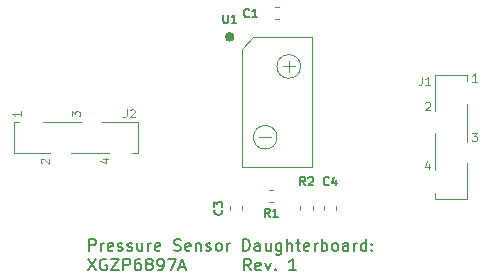
<source format=gto>
G04 #@! TF.GenerationSoftware,KiCad,Pcbnew,(5.1.9)-1*
G04 #@! TF.CreationDate,2021-04-07T16:03:49-07:00*
G04 #@! TF.ProjectId,pressure_XGZP6897A,70726573-7375-4726-955f-58475a503638,1*
G04 #@! TF.SameCoordinates,Original*
G04 #@! TF.FileFunction,Legend,Top*
G04 #@! TF.FilePolarity,Positive*
%FSLAX45Y45*%
G04 Gerber Fmt 4.5, Leading zero omitted, Abs format (unit mm)*
G04 Created by KiCad (PCBNEW (5.1.9)-1) date 2021-04-07 16:03:49*
%MOMM*%
%LPD*%
G01*
G04 APERTURE LIST*
%ADD10C,0.150000*%
%ADD11C,0.120000*%
%ADD12C,0.400000*%
G04 APERTURE END LIST*
D10*
X708559Y-2212738D02*
X708559Y-2112738D01*
X746655Y-2112738D01*
X756178Y-2117500D01*
X760940Y-2122262D01*
X765702Y-2131786D01*
X765702Y-2146071D01*
X760940Y-2155595D01*
X756178Y-2160357D01*
X746655Y-2165119D01*
X708559Y-2165119D01*
X808559Y-2212738D02*
X808559Y-2146071D01*
X808559Y-2165119D02*
X813321Y-2155595D01*
X818083Y-2150833D01*
X827607Y-2146071D01*
X837131Y-2146071D01*
X908559Y-2207976D02*
X899036Y-2212738D01*
X879988Y-2212738D01*
X870464Y-2207976D01*
X865702Y-2198452D01*
X865702Y-2160357D01*
X870464Y-2150833D01*
X879988Y-2146071D01*
X899036Y-2146071D01*
X908559Y-2150833D01*
X913321Y-2160357D01*
X913321Y-2169881D01*
X865702Y-2179405D01*
X951417Y-2207976D02*
X960940Y-2212738D01*
X979988Y-2212738D01*
X989512Y-2207976D01*
X994274Y-2198452D01*
X994274Y-2193690D01*
X989512Y-2184167D01*
X979988Y-2179405D01*
X965702Y-2179405D01*
X956178Y-2174643D01*
X951417Y-2165119D01*
X951417Y-2160357D01*
X956178Y-2150833D01*
X965702Y-2146071D01*
X979988Y-2146071D01*
X989512Y-2150833D01*
X1032369Y-2207976D02*
X1041893Y-2212738D01*
X1060940Y-2212738D01*
X1070464Y-2207976D01*
X1075226Y-2198452D01*
X1075226Y-2193690D01*
X1070464Y-2184167D01*
X1060940Y-2179405D01*
X1046655Y-2179405D01*
X1037131Y-2174643D01*
X1032369Y-2165119D01*
X1032369Y-2160357D01*
X1037131Y-2150833D01*
X1046655Y-2146071D01*
X1060940Y-2146071D01*
X1070464Y-2150833D01*
X1160940Y-2146071D02*
X1160940Y-2212738D01*
X1118083Y-2146071D02*
X1118083Y-2198452D01*
X1122845Y-2207976D01*
X1132369Y-2212738D01*
X1146655Y-2212738D01*
X1156179Y-2207976D01*
X1160940Y-2203214D01*
X1208560Y-2212738D02*
X1208560Y-2146071D01*
X1208560Y-2165119D02*
X1213321Y-2155595D01*
X1218083Y-2150833D01*
X1227607Y-2146071D01*
X1237131Y-2146071D01*
X1308560Y-2207976D02*
X1299036Y-2212738D01*
X1279988Y-2212738D01*
X1270464Y-2207976D01*
X1265702Y-2198452D01*
X1265702Y-2160357D01*
X1270464Y-2150833D01*
X1279988Y-2146071D01*
X1299036Y-2146071D01*
X1308560Y-2150833D01*
X1313321Y-2160357D01*
X1313321Y-2169881D01*
X1265702Y-2179405D01*
X1427607Y-2207976D02*
X1441893Y-2212738D01*
X1465702Y-2212738D01*
X1475226Y-2207976D01*
X1479988Y-2203214D01*
X1484750Y-2193690D01*
X1484750Y-2184167D01*
X1479988Y-2174643D01*
X1475226Y-2169881D01*
X1465702Y-2165119D01*
X1446655Y-2160357D01*
X1437131Y-2155595D01*
X1432369Y-2150833D01*
X1427607Y-2141310D01*
X1427607Y-2131786D01*
X1432369Y-2122262D01*
X1437131Y-2117500D01*
X1446655Y-2112738D01*
X1470464Y-2112738D01*
X1484750Y-2117500D01*
X1565702Y-2207976D02*
X1556178Y-2212738D01*
X1537131Y-2212738D01*
X1527607Y-2207976D01*
X1522845Y-2198452D01*
X1522845Y-2160357D01*
X1527607Y-2150833D01*
X1537131Y-2146071D01*
X1556178Y-2146071D01*
X1565702Y-2150833D01*
X1570464Y-2160357D01*
X1570464Y-2169881D01*
X1522845Y-2179405D01*
X1613321Y-2146071D02*
X1613321Y-2212738D01*
X1613321Y-2155595D02*
X1618083Y-2150833D01*
X1627607Y-2146071D01*
X1641893Y-2146071D01*
X1651417Y-2150833D01*
X1656178Y-2160357D01*
X1656178Y-2212738D01*
X1699036Y-2207976D02*
X1708559Y-2212738D01*
X1727607Y-2212738D01*
X1737131Y-2207976D01*
X1741893Y-2198452D01*
X1741893Y-2193690D01*
X1737131Y-2184167D01*
X1727607Y-2179405D01*
X1713321Y-2179405D01*
X1703798Y-2174643D01*
X1699036Y-2165119D01*
X1699036Y-2160357D01*
X1703798Y-2150833D01*
X1713321Y-2146071D01*
X1727607Y-2146071D01*
X1737131Y-2150833D01*
X1799036Y-2212738D02*
X1789512Y-2207976D01*
X1784750Y-2203214D01*
X1779988Y-2193690D01*
X1779988Y-2165119D01*
X1784750Y-2155595D01*
X1789512Y-2150833D01*
X1799036Y-2146071D01*
X1813321Y-2146071D01*
X1822845Y-2150833D01*
X1827607Y-2155595D01*
X1832369Y-2165119D01*
X1832369Y-2193690D01*
X1827607Y-2203214D01*
X1822845Y-2207976D01*
X1813321Y-2212738D01*
X1799036Y-2212738D01*
X1875226Y-2212738D02*
X1875226Y-2146071D01*
X1875226Y-2165119D02*
X1879988Y-2155595D01*
X1884750Y-2150833D01*
X1894274Y-2146071D01*
X1903798Y-2146071D01*
X2013321Y-2212738D02*
X2013321Y-2112738D01*
X2037131Y-2112738D01*
X2051417Y-2117500D01*
X2060940Y-2127024D01*
X2065702Y-2136548D01*
X2070464Y-2155595D01*
X2070464Y-2169881D01*
X2065702Y-2188929D01*
X2060940Y-2198452D01*
X2051417Y-2207976D01*
X2037131Y-2212738D01*
X2013321Y-2212738D01*
X2156179Y-2212738D02*
X2156179Y-2160357D01*
X2151417Y-2150833D01*
X2141893Y-2146071D01*
X2122845Y-2146071D01*
X2113321Y-2150833D01*
X2156179Y-2207976D02*
X2146655Y-2212738D01*
X2122845Y-2212738D01*
X2113321Y-2207976D01*
X2108560Y-2198452D01*
X2108560Y-2188929D01*
X2113321Y-2179405D01*
X2122845Y-2174643D01*
X2146655Y-2174643D01*
X2156179Y-2169881D01*
X2246655Y-2146071D02*
X2246655Y-2212738D01*
X2203798Y-2146071D02*
X2203798Y-2198452D01*
X2208560Y-2207976D01*
X2218083Y-2212738D01*
X2232369Y-2212738D01*
X2241893Y-2207976D01*
X2246655Y-2203214D01*
X2337131Y-2146071D02*
X2337131Y-2227024D01*
X2332369Y-2236548D01*
X2327607Y-2241310D01*
X2318083Y-2246071D01*
X2303798Y-2246071D01*
X2294274Y-2241310D01*
X2337131Y-2207976D02*
X2327607Y-2212738D01*
X2308560Y-2212738D01*
X2299036Y-2207976D01*
X2294274Y-2203214D01*
X2289512Y-2193690D01*
X2289512Y-2165119D01*
X2294274Y-2155595D01*
X2299036Y-2150833D01*
X2308560Y-2146071D01*
X2327607Y-2146071D01*
X2337131Y-2150833D01*
X2384750Y-2212738D02*
X2384750Y-2112738D01*
X2427607Y-2212738D02*
X2427607Y-2160357D01*
X2422845Y-2150833D01*
X2413321Y-2146071D01*
X2399036Y-2146071D01*
X2389512Y-2150833D01*
X2384750Y-2155595D01*
X2460940Y-2146071D02*
X2499036Y-2146071D01*
X2475226Y-2112738D02*
X2475226Y-2198452D01*
X2479988Y-2207976D01*
X2489512Y-2212738D01*
X2499036Y-2212738D01*
X2570464Y-2207976D02*
X2560940Y-2212738D01*
X2541893Y-2212738D01*
X2532369Y-2207976D01*
X2527607Y-2198452D01*
X2527607Y-2160357D01*
X2532369Y-2150833D01*
X2541893Y-2146071D01*
X2560940Y-2146071D01*
X2570464Y-2150833D01*
X2575226Y-2160357D01*
X2575226Y-2169881D01*
X2527607Y-2179405D01*
X2618083Y-2212738D02*
X2618083Y-2146071D01*
X2618083Y-2165119D02*
X2622845Y-2155595D01*
X2627607Y-2150833D01*
X2637131Y-2146071D01*
X2646655Y-2146071D01*
X2679988Y-2212738D02*
X2679988Y-2112738D01*
X2679988Y-2150833D02*
X2689512Y-2146071D01*
X2708560Y-2146071D01*
X2718083Y-2150833D01*
X2722845Y-2155595D01*
X2727607Y-2165119D01*
X2727607Y-2193690D01*
X2722845Y-2203214D01*
X2718083Y-2207976D01*
X2708560Y-2212738D01*
X2689512Y-2212738D01*
X2679988Y-2207976D01*
X2784750Y-2212738D02*
X2775226Y-2207976D01*
X2770464Y-2203214D01*
X2765702Y-2193690D01*
X2765702Y-2165119D01*
X2770464Y-2155595D01*
X2775226Y-2150833D01*
X2784750Y-2146071D01*
X2799036Y-2146071D01*
X2808559Y-2150833D01*
X2813321Y-2155595D01*
X2818083Y-2165119D01*
X2818083Y-2193690D01*
X2813321Y-2203214D01*
X2808559Y-2207976D01*
X2799036Y-2212738D01*
X2784750Y-2212738D01*
X2903798Y-2212738D02*
X2903798Y-2160357D01*
X2899036Y-2150833D01*
X2889512Y-2146071D01*
X2870464Y-2146071D01*
X2860940Y-2150833D01*
X2903798Y-2207976D02*
X2894274Y-2212738D01*
X2870464Y-2212738D01*
X2860940Y-2207976D01*
X2856178Y-2198452D01*
X2856178Y-2188929D01*
X2860940Y-2179405D01*
X2870464Y-2174643D01*
X2894274Y-2174643D01*
X2903798Y-2169881D01*
X2951417Y-2212738D02*
X2951417Y-2146071D01*
X2951417Y-2165119D02*
X2956178Y-2155595D01*
X2960940Y-2150833D01*
X2970464Y-2146071D01*
X2979988Y-2146071D01*
X3056178Y-2212738D02*
X3056178Y-2112738D01*
X3056178Y-2207976D02*
X3046655Y-2212738D01*
X3027607Y-2212738D01*
X3018083Y-2207976D01*
X3013321Y-2203214D01*
X3008559Y-2193690D01*
X3008559Y-2165119D01*
X3013321Y-2155595D01*
X3018083Y-2150833D01*
X3027607Y-2146071D01*
X3046655Y-2146071D01*
X3056178Y-2150833D01*
X3103798Y-2203214D02*
X3108559Y-2207976D01*
X3103798Y-2212738D01*
X3099036Y-2207976D01*
X3103798Y-2203214D01*
X3103798Y-2212738D01*
X3103798Y-2150833D02*
X3108559Y-2155595D01*
X3103798Y-2160357D01*
X3099036Y-2155595D01*
X3103798Y-2150833D01*
X3103798Y-2160357D01*
X699036Y-2277738D02*
X765702Y-2377738D01*
X765702Y-2277738D02*
X699036Y-2377738D01*
X856178Y-2282500D02*
X846655Y-2277738D01*
X832369Y-2277738D01*
X818083Y-2282500D01*
X808559Y-2292024D01*
X803798Y-2301548D01*
X799036Y-2320595D01*
X799036Y-2334881D01*
X803798Y-2353929D01*
X808559Y-2363452D01*
X818083Y-2372976D01*
X832369Y-2377738D01*
X841893Y-2377738D01*
X856178Y-2372976D01*
X860940Y-2368214D01*
X860940Y-2334881D01*
X841893Y-2334881D01*
X894274Y-2277738D02*
X960940Y-2277738D01*
X894274Y-2377738D01*
X960940Y-2377738D01*
X999036Y-2377738D02*
X999036Y-2277738D01*
X1037131Y-2277738D01*
X1046655Y-2282500D01*
X1051417Y-2287262D01*
X1056179Y-2296786D01*
X1056179Y-2311071D01*
X1051417Y-2320595D01*
X1046655Y-2325357D01*
X1037131Y-2330119D01*
X999036Y-2330119D01*
X1141893Y-2277738D02*
X1122845Y-2277738D01*
X1113321Y-2282500D01*
X1108560Y-2287262D01*
X1099036Y-2301548D01*
X1094274Y-2320595D01*
X1094274Y-2358690D01*
X1099036Y-2368214D01*
X1103798Y-2372976D01*
X1113321Y-2377738D01*
X1132369Y-2377738D01*
X1141893Y-2372976D01*
X1146655Y-2368214D01*
X1151417Y-2358690D01*
X1151417Y-2334881D01*
X1146655Y-2325357D01*
X1141893Y-2320595D01*
X1132369Y-2315833D01*
X1113321Y-2315833D01*
X1103798Y-2320595D01*
X1099036Y-2325357D01*
X1094274Y-2334881D01*
X1208560Y-2320595D02*
X1199036Y-2315833D01*
X1194274Y-2311071D01*
X1189512Y-2301548D01*
X1189512Y-2296786D01*
X1194274Y-2287262D01*
X1199036Y-2282500D01*
X1208560Y-2277738D01*
X1227607Y-2277738D01*
X1237131Y-2282500D01*
X1241893Y-2287262D01*
X1246655Y-2296786D01*
X1246655Y-2301548D01*
X1241893Y-2311071D01*
X1237131Y-2315833D01*
X1227607Y-2320595D01*
X1208560Y-2320595D01*
X1199036Y-2325357D01*
X1194274Y-2330119D01*
X1189512Y-2339643D01*
X1189512Y-2358690D01*
X1194274Y-2368214D01*
X1199036Y-2372976D01*
X1208560Y-2377738D01*
X1227607Y-2377738D01*
X1237131Y-2372976D01*
X1241893Y-2368214D01*
X1246655Y-2358690D01*
X1246655Y-2339643D01*
X1241893Y-2330119D01*
X1237131Y-2325357D01*
X1227607Y-2320595D01*
X1294274Y-2377738D02*
X1313321Y-2377738D01*
X1322845Y-2372976D01*
X1327607Y-2368214D01*
X1337131Y-2353929D01*
X1341893Y-2334881D01*
X1341893Y-2296786D01*
X1337131Y-2287262D01*
X1332369Y-2282500D01*
X1322845Y-2277738D01*
X1303798Y-2277738D01*
X1294274Y-2282500D01*
X1289512Y-2287262D01*
X1284750Y-2296786D01*
X1284750Y-2320595D01*
X1289512Y-2330119D01*
X1294274Y-2334881D01*
X1303798Y-2339643D01*
X1322845Y-2339643D01*
X1332369Y-2334881D01*
X1337131Y-2330119D01*
X1341893Y-2320595D01*
X1375226Y-2277738D02*
X1441893Y-2277738D01*
X1399036Y-2377738D01*
X1475226Y-2349167D02*
X1522845Y-2349167D01*
X1465702Y-2377738D02*
X1499036Y-2277738D01*
X1532369Y-2377738D01*
X2079988Y-2377738D02*
X2046655Y-2330119D01*
X2022845Y-2377738D02*
X2022845Y-2277738D01*
X2060940Y-2277738D01*
X2070464Y-2282500D01*
X2075226Y-2287262D01*
X2079988Y-2296786D01*
X2079988Y-2311071D01*
X2075226Y-2320595D01*
X2070464Y-2325357D01*
X2060940Y-2330119D01*
X2022845Y-2330119D01*
X2160940Y-2372976D02*
X2151417Y-2377738D01*
X2132369Y-2377738D01*
X2122845Y-2372976D01*
X2118083Y-2363452D01*
X2118083Y-2325357D01*
X2122845Y-2315833D01*
X2132369Y-2311071D01*
X2151417Y-2311071D01*
X2160940Y-2315833D01*
X2165702Y-2325357D01*
X2165702Y-2334881D01*
X2118083Y-2344405D01*
X2199036Y-2311071D02*
X2222845Y-2377738D01*
X2246655Y-2311071D01*
X2284750Y-2368214D02*
X2289512Y-2372976D01*
X2284750Y-2377738D01*
X2279988Y-2372976D01*
X2284750Y-2368214D01*
X2284750Y-2377738D01*
X2460940Y-2377738D02*
X2403798Y-2377738D01*
X2432369Y-2377738D02*
X2432369Y-2277738D01*
X2422845Y-2292024D01*
X2413321Y-2301548D01*
X2403798Y-2306310D01*
D11*
X2200000Y-1250000D02*
X2250000Y-1250000D01*
X2150000Y-1250000D02*
X2200000Y-1250000D01*
X2350000Y-650000D02*
X2450000Y-650000D01*
X2400000Y-600000D02*
X2400000Y-700000D01*
X2300000Y-1250000D02*
G75*
G03*
X2300000Y-1250000I-100000J0D01*
G01*
X2500000Y-650000D02*
G75*
G03*
X2500000Y-650000I-100000J0D01*
G01*
X2000000Y-500000D02*
X2100000Y-400000D01*
X2600000Y-400000D02*
X2100000Y-400000D01*
X2600000Y-1500000D02*
X2600000Y-400000D01*
X2000000Y-1500000D02*
X2600000Y-1500000D01*
X2000000Y-500000D02*
X2000000Y-1500000D01*
D12*
X1920000Y-400000D02*
G75*
G03*
X1920000Y-400000I-20000J0D01*
G01*
D11*
X820000Y-1117000D02*
X1123000Y-1117000D01*
X320000Y-1117000D02*
X640000Y-1117000D01*
X76000Y-1117000D02*
X120000Y-1117000D01*
X1124000Y-1117000D02*
X1124000Y-1383000D01*
X560000Y-1383000D02*
X880000Y-1383000D01*
X76000Y-1383000D02*
X380000Y-1383000D01*
X76000Y-1117000D02*
X76000Y-1383000D01*
X1073000Y-1383000D02*
X1122000Y-1383000D01*
X3908000Y-1470000D02*
X3908000Y-1773000D01*
X3908000Y-970000D02*
X3908000Y-1290000D01*
X3908000Y-726000D02*
X3908000Y-770000D01*
X3908000Y-1774000D02*
X3642000Y-1774000D01*
X3642000Y-1210000D02*
X3642000Y-1530000D01*
X3642000Y-726000D02*
X3642000Y-1030000D01*
X3908000Y-726000D02*
X3642000Y-726000D01*
X3642000Y-1723000D02*
X3642000Y-1772000D01*
X2601000Y-1866278D02*
X2601000Y-1833722D01*
X2499000Y-1866278D02*
X2499000Y-1833722D01*
X2266278Y-1699000D02*
X2233722Y-1699000D01*
X2266278Y-1801000D02*
X2233722Y-1801000D01*
X2801000Y-1866278D02*
X2801000Y-1833722D01*
X2699000Y-1866278D02*
X2699000Y-1833722D01*
X2001000Y-1866278D02*
X2001000Y-1833722D01*
X1899000Y-1866278D02*
X1899000Y-1833722D01*
X2316278Y-149000D02*
X2283722Y-149000D01*
X2316278Y-251000D02*
X2283722Y-251000D01*
D10*
X1846667Y-211667D02*
X1846667Y-268333D01*
X1850000Y-275000D01*
X1853333Y-278333D01*
X1860000Y-281667D01*
X1873333Y-281667D01*
X1880000Y-278333D01*
X1883333Y-275000D01*
X1886667Y-268333D01*
X1886667Y-211667D01*
X1956667Y-281667D02*
X1916667Y-281667D01*
X1936667Y-281667D02*
X1936667Y-211667D01*
X1930000Y-221667D01*
X1923333Y-228333D01*
X1916667Y-231667D01*
D11*
X1026667Y-1011667D02*
X1026667Y-1061667D01*
X1023333Y-1071667D01*
X1016667Y-1078333D01*
X1006667Y-1081667D01*
X1000000Y-1081667D01*
X1056667Y-1018333D02*
X1060000Y-1015000D01*
X1066667Y-1011667D01*
X1083333Y-1011667D01*
X1090000Y-1015000D01*
X1093333Y-1018333D01*
X1096667Y-1025000D01*
X1096667Y-1031667D01*
X1093333Y-1041667D01*
X1053333Y-1081667D01*
X1096667Y-1081667D01*
X561667Y-1073333D02*
X561667Y-1030000D01*
X588333Y-1053333D01*
X588333Y-1043333D01*
X591667Y-1036667D01*
X595000Y-1033333D01*
X601667Y-1030000D01*
X618333Y-1030000D01*
X625000Y-1033333D01*
X628333Y-1036667D01*
X631667Y-1043333D01*
X631667Y-1063333D01*
X628333Y-1070000D01*
X625000Y-1073333D01*
X129667Y-1030000D02*
X129667Y-1070000D01*
X129667Y-1050000D02*
X59667Y-1050000D01*
X69667Y-1056667D01*
X76333Y-1063333D01*
X79667Y-1070000D01*
X308333Y-1470000D02*
X305000Y-1466667D01*
X301667Y-1460000D01*
X301667Y-1443333D01*
X305000Y-1436667D01*
X308333Y-1433333D01*
X315000Y-1430000D01*
X321667Y-1430000D01*
X331667Y-1433333D01*
X371667Y-1473333D01*
X371667Y-1430000D01*
X825000Y-1436667D02*
X871667Y-1436667D01*
X798333Y-1453333D02*
X848333Y-1470000D01*
X848333Y-1426667D01*
X3526667Y-736667D02*
X3526667Y-786667D01*
X3523333Y-796667D01*
X3516667Y-803333D01*
X3506667Y-806667D01*
X3500000Y-806667D01*
X3596667Y-806667D02*
X3556667Y-806667D01*
X3576667Y-806667D02*
X3576667Y-736667D01*
X3570000Y-746667D01*
X3563333Y-753333D01*
X3556667Y-756667D01*
X3951667Y-1211667D02*
X3995000Y-1211667D01*
X3971667Y-1238333D01*
X3981667Y-1238333D01*
X3988333Y-1241667D01*
X3991667Y-1245000D01*
X3995000Y-1251667D01*
X3995000Y-1268333D01*
X3991667Y-1275000D01*
X3988333Y-1278333D01*
X3981667Y-1281667D01*
X3961667Y-1281667D01*
X3955000Y-1278333D01*
X3951667Y-1275000D01*
X3995000Y-779667D02*
X3955000Y-779667D01*
X3975000Y-779667D02*
X3975000Y-709667D01*
X3968333Y-719667D01*
X3961667Y-726333D01*
X3955000Y-729667D01*
X3555000Y-958333D02*
X3558333Y-955000D01*
X3565000Y-951667D01*
X3581667Y-951667D01*
X3588333Y-955000D01*
X3591667Y-958333D01*
X3595000Y-965000D01*
X3595000Y-971667D01*
X3591667Y-981667D01*
X3551667Y-1021667D01*
X3595000Y-1021667D01*
X3588333Y-1475000D02*
X3588333Y-1521667D01*
X3571667Y-1448333D02*
X3555000Y-1498333D01*
X3598333Y-1498333D01*
D10*
X2538333Y-1656667D02*
X2515000Y-1623333D01*
X2498333Y-1656667D02*
X2498333Y-1586667D01*
X2525000Y-1586667D01*
X2531667Y-1590000D01*
X2535000Y-1593333D01*
X2538333Y-1600000D01*
X2538333Y-1610000D01*
X2535000Y-1616667D01*
X2531667Y-1620000D01*
X2525000Y-1623333D01*
X2498333Y-1623333D01*
X2565000Y-1593333D02*
X2568333Y-1590000D01*
X2575000Y-1586667D01*
X2591667Y-1586667D01*
X2598333Y-1590000D01*
X2601667Y-1593333D01*
X2605000Y-1600000D01*
X2605000Y-1606667D01*
X2601667Y-1616667D01*
X2561667Y-1656667D01*
X2605000Y-1656667D01*
X2238333Y-1924667D02*
X2215000Y-1891333D01*
X2198333Y-1924667D02*
X2198333Y-1854667D01*
X2225000Y-1854667D01*
X2231667Y-1858000D01*
X2235000Y-1861333D01*
X2238333Y-1868000D01*
X2238333Y-1878000D01*
X2235000Y-1884667D01*
X2231667Y-1888000D01*
X2225000Y-1891333D01*
X2198333Y-1891333D01*
X2305000Y-1924667D02*
X2265000Y-1924667D01*
X2285000Y-1924667D02*
X2285000Y-1854667D01*
X2278333Y-1864667D01*
X2271667Y-1871333D01*
X2265000Y-1874667D01*
X2738333Y-1650000D02*
X2735000Y-1653333D01*
X2725000Y-1656667D01*
X2718333Y-1656667D01*
X2708333Y-1653333D01*
X2701667Y-1646667D01*
X2698333Y-1640000D01*
X2695000Y-1626667D01*
X2695000Y-1616667D01*
X2698333Y-1603333D01*
X2701667Y-1596667D01*
X2708333Y-1590000D01*
X2718333Y-1586667D01*
X2725000Y-1586667D01*
X2735000Y-1590000D01*
X2738333Y-1593333D01*
X2798333Y-1610000D02*
X2798333Y-1656667D01*
X2781667Y-1583333D02*
X2765000Y-1633333D01*
X2808333Y-1633333D01*
X1832000Y-1861667D02*
X1835333Y-1865000D01*
X1838667Y-1875000D01*
X1838667Y-1881667D01*
X1835333Y-1891667D01*
X1828667Y-1898333D01*
X1822000Y-1901667D01*
X1808667Y-1905000D01*
X1798667Y-1905000D01*
X1785333Y-1901667D01*
X1778667Y-1898333D01*
X1772000Y-1891667D01*
X1768667Y-1881667D01*
X1768667Y-1875000D01*
X1772000Y-1865000D01*
X1775333Y-1861667D01*
X1768667Y-1838333D02*
X1768667Y-1795000D01*
X1795333Y-1818333D01*
X1795333Y-1808333D01*
X1798667Y-1801667D01*
X1802000Y-1798333D01*
X1808667Y-1795000D01*
X1825333Y-1795000D01*
X1832000Y-1798333D01*
X1835333Y-1801667D01*
X1838667Y-1808333D01*
X1838667Y-1828333D01*
X1835333Y-1835000D01*
X1832000Y-1838333D01*
X2063333Y-225000D02*
X2060000Y-228333D01*
X2050000Y-231667D01*
X2043333Y-231667D01*
X2033333Y-228333D01*
X2026667Y-221667D01*
X2023333Y-215000D01*
X2020000Y-201667D01*
X2020000Y-191667D01*
X2023333Y-178333D01*
X2026667Y-171667D01*
X2033333Y-165000D01*
X2043333Y-161667D01*
X2050000Y-161667D01*
X2060000Y-165000D01*
X2063333Y-168333D01*
X2130000Y-231667D02*
X2090000Y-231667D01*
X2110000Y-231667D02*
X2110000Y-161667D01*
X2103333Y-171667D01*
X2096667Y-178333D01*
X2090000Y-181667D01*
M02*

</source>
